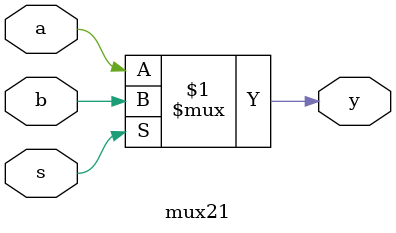
<source format=sv>
module mux21(input logic a, b, s, output logic y);
    assign y = s ? b : a;
endmodule

</source>
